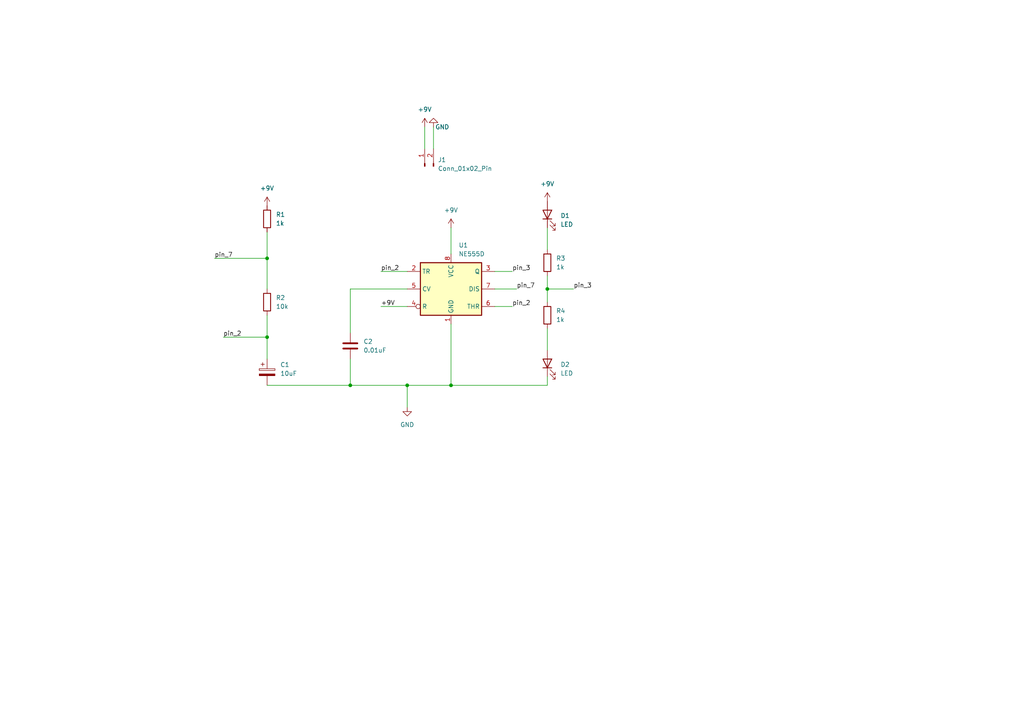
<source format=kicad_sch>
(kicad_sch (version 20230121) (generator eeschema)

  (uuid 9e9c6274-bcbd-4f5c-b94f-4622830fa24e)

  (paper "A4")

  (lib_symbols
    (symbol "Connector:Conn_01x02_Pin" (pin_names (offset 1.016) hide) (in_bom yes) (on_board yes)
      (property "Reference" "J" (at 0 2.54 0)
        (effects (font (size 1.27 1.27)))
      )
      (property "Value" "Conn_01x02_Pin" (at 0 -5.08 0)
        (effects (font (size 1.27 1.27)))
      )
      (property "Footprint" "" (at 0 0 0)
        (effects (font (size 1.27 1.27)) hide)
      )
      (property "Datasheet" "~" (at 0 0 0)
        (effects (font (size 1.27 1.27)) hide)
      )
      (property "ki_locked" "" (at 0 0 0)
        (effects (font (size 1.27 1.27)))
      )
      (property "ki_keywords" "connector" (at 0 0 0)
        (effects (font (size 1.27 1.27)) hide)
      )
      (property "ki_description" "Generic connector, single row, 01x02, script generated" (at 0 0 0)
        (effects (font (size 1.27 1.27)) hide)
      )
      (property "ki_fp_filters" "Connector*:*_1x??_*" (at 0 0 0)
        (effects (font (size 1.27 1.27)) hide)
      )
      (symbol "Conn_01x02_Pin_1_1"
        (polyline
          (pts
            (xy 1.27 -2.54)
            (xy 0.8636 -2.54)
          )
          (stroke (width 0.1524) (type default))
          (fill (type none))
        )
        (polyline
          (pts
            (xy 1.27 0)
            (xy 0.8636 0)
          )
          (stroke (width 0.1524) (type default))
          (fill (type none))
        )
        (rectangle (start 0.8636 -2.413) (end 0 -2.667)
          (stroke (width 0.1524) (type default))
          (fill (type outline))
        )
        (rectangle (start 0.8636 0.127) (end 0 -0.127)
          (stroke (width 0.1524) (type default))
          (fill (type outline))
        )
        (pin passive line (at 5.08 0 180) (length 3.81)
          (name "Pin_1" (effects (font (size 1.27 1.27))))
          (number "1" (effects (font (size 1.27 1.27))))
        )
        (pin passive line (at 5.08 -2.54 180) (length 3.81)
          (name "Pin_2" (effects (font (size 1.27 1.27))))
          (number "2" (effects (font (size 1.27 1.27))))
        )
      )
    )
    (symbol "Device:C" (pin_numbers hide) (pin_names (offset 0.254)) (in_bom yes) (on_board yes)
      (property "Reference" "C" (at 0.635 2.54 0)
        (effects (font (size 1.27 1.27)) (justify left))
      )
      (property "Value" "C" (at 0.635 -2.54 0)
        (effects (font (size 1.27 1.27)) (justify left))
      )
      (property "Footprint" "" (at 0.9652 -3.81 0)
        (effects (font (size 1.27 1.27)) hide)
      )
      (property "Datasheet" "~" (at 0 0 0)
        (effects (font (size 1.27 1.27)) hide)
      )
      (property "ki_keywords" "cap capacitor" (at 0 0 0)
        (effects (font (size 1.27 1.27)) hide)
      )
      (property "ki_description" "Unpolarized capacitor" (at 0 0 0)
        (effects (font (size 1.27 1.27)) hide)
      )
      (property "ki_fp_filters" "C_*" (at 0 0 0)
        (effects (font (size 1.27 1.27)) hide)
      )
      (symbol "C_0_1"
        (polyline
          (pts
            (xy -2.032 -0.762)
            (xy 2.032 -0.762)
          )
          (stroke (width 0.508) (type default))
          (fill (type none))
        )
        (polyline
          (pts
            (xy -2.032 0.762)
            (xy 2.032 0.762)
          )
          (stroke (width 0.508) (type default))
          (fill (type none))
        )
      )
      (symbol "C_1_1"
        (pin passive line (at 0 3.81 270) (length 2.794)
          (name "~" (effects (font (size 1.27 1.27))))
          (number "1" (effects (font (size 1.27 1.27))))
        )
        (pin passive line (at 0 -3.81 90) (length 2.794)
          (name "~" (effects (font (size 1.27 1.27))))
          (number "2" (effects (font (size 1.27 1.27))))
        )
      )
    )
    (symbol "Device:C_Polarized" (pin_numbers hide) (pin_names (offset 0.254)) (in_bom yes) (on_board yes)
      (property "Reference" "C" (at 0.635 2.54 0)
        (effects (font (size 1.27 1.27)) (justify left))
      )
      (property "Value" "C_Polarized" (at 0.635 -2.54 0)
        (effects (font (size 1.27 1.27)) (justify left))
      )
      (property "Footprint" "" (at 0.9652 -3.81 0)
        (effects (font (size 1.27 1.27)) hide)
      )
      (property "Datasheet" "~" (at 0 0 0)
        (effects (font (size 1.27 1.27)) hide)
      )
      (property "ki_keywords" "cap capacitor" (at 0 0 0)
        (effects (font (size 1.27 1.27)) hide)
      )
      (property "ki_description" "Polarized capacitor" (at 0 0 0)
        (effects (font (size 1.27 1.27)) hide)
      )
      (property "ki_fp_filters" "CP_*" (at 0 0 0)
        (effects (font (size 1.27 1.27)) hide)
      )
      (symbol "C_Polarized_0_1"
        (rectangle (start -2.286 0.508) (end 2.286 1.016)
          (stroke (width 0) (type default))
          (fill (type none))
        )
        (polyline
          (pts
            (xy -1.778 2.286)
            (xy -0.762 2.286)
          )
          (stroke (width 0) (type default))
          (fill (type none))
        )
        (polyline
          (pts
            (xy -1.27 2.794)
            (xy -1.27 1.778)
          )
          (stroke (width 0) (type default))
          (fill (type none))
        )
        (rectangle (start 2.286 -0.508) (end -2.286 -1.016)
          (stroke (width 0) (type default))
          (fill (type outline))
        )
      )
      (symbol "C_Polarized_1_1"
        (pin passive line (at 0 3.81 270) (length 2.794)
          (name "~" (effects (font (size 1.27 1.27))))
          (number "1" (effects (font (size 1.27 1.27))))
        )
        (pin passive line (at 0 -3.81 90) (length 2.794)
          (name "~" (effects (font (size 1.27 1.27))))
          (number "2" (effects (font (size 1.27 1.27))))
        )
      )
    )
    (symbol "Device:LED" (pin_numbers hide) (pin_names (offset 1.016) hide) (in_bom yes) (on_board yes)
      (property "Reference" "D" (at 0 2.54 0)
        (effects (font (size 1.27 1.27)))
      )
      (property "Value" "LED" (at 0 -2.54 0)
        (effects (font (size 1.27 1.27)))
      )
      (property "Footprint" "" (at 0 0 0)
        (effects (font (size 1.27 1.27)) hide)
      )
      (property "Datasheet" "~" (at 0 0 0)
        (effects (font (size 1.27 1.27)) hide)
      )
      (property "ki_keywords" "LED diode" (at 0 0 0)
        (effects (font (size 1.27 1.27)) hide)
      )
      (property "ki_description" "Light emitting diode" (at 0 0 0)
        (effects (font (size 1.27 1.27)) hide)
      )
      (property "ki_fp_filters" "LED* LED_SMD:* LED_THT:*" (at 0 0 0)
        (effects (font (size 1.27 1.27)) hide)
      )
      (symbol "LED_0_1"
        (polyline
          (pts
            (xy -1.27 -1.27)
            (xy -1.27 1.27)
          )
          (stroke (width 0.254) (type default))
          (fill (type none))
        )
        (polyline
          (pts
            (xy -1.27 0)
            (xy 1.27 0)
          )
          (stroke (width 0) (type default))
          (fill (type none))
        )
        (polyline
          (pts
            (xy 1.27 -1.27)
            (xy 1.27 1.27)
            (xy -1.27 0)
            (xy 1.27 -1.27)
          )
          (stroke (width 0.254) (type default))
          (fill (type none))
        )
        (polyline
          (pts
            (xy -3.048 -0.762)
            (xy -4.572 -2.286)
            (xy -3.81 -2.286)
            (xy -4.572 -2.286)
            (xy -4.572 -1.524)
          )
          (stroke (width 0) (type default))
          (fill (type none))
        )
        (polyline
          (pts
            (xy -1.778 -0.762)
            (xy -3.302 -2.286)
            (xy -2.54 -2.286)
            (xy -3.302 -2.286)
            (xy -3.302 -1.524)
          )
          (stroke (width 0) (type default))
          (fill (type none))
        )
      )
      (symbol "LED_1_1"
        (pin passive line (at -3.81 0 0) (length 2.54)
          (name "K" (effects (font (size 1.27 1.27))))
          (number "1" (effects (font (size 1.27 1.27))))
        )
        (pin passive line (at 3.81 0 180) (length 2.54)
          (name "A" (effects (font (size 1.27 1.27))))
          (number "2" (effects (font (size 1.27 1.27))))
        )
      )
    )
    (symbol "Device:R" (pin_numbers hide) (pin_names (offset 0)) (in_bom yes) (on_board yes)
      (property "Reference" "R" (at 2.032 0 90)
        (effects (font (size 1.27 1.27)))
      )
      (property "Value" "R" (at 0 0 90)
        (effects (font (size 1.27 1.27)))
      )
      (property "Footprint" "" (at -1.778 0 90)
        (effects (font (size 1.27 1.27)) hide)
      )
      (property "Datasheet" "~" (at 0 0 0)
        (effects (font (size 1.27 1.27)) hide)
      )
      (property "ki_keywords" "R res resistor" (at 0 0 0)
        (effects (font (size 1.27 1.27)) hide)
      )
      (property "ki_description" "Resistor" (at 0 0 0)
        (effects (font (size 1.27 1.27)) hide)
      )
      (property "ki_fp_filters" "R_*" (at 0 0 0)
        (effects (font (size 1.27 1.27)) hide)
      )
      (symbol "R_0_1"
        (rectangle (start -1.016 -2.54) (end 1.016 2.54)
          (stroke (width 0.254) (type default))
          (fill (type none))
        )
      )
      (symbol "R_1_1"
        (pin passive line (at 0 3.81 270) (length 1.27)
          (name "~" (effects (font (size 1.27 1.27))))
          (number "1" (effects (font (size 1.27 1.27))))
        )
        (pin passive line (at 0 -3.81 90) (length 1.27)
          (name "~" (effects (font (size 1.27 1.27))))
          (number "2" (effects (font (size 1.27 1.27))))
        )
      )
    )
    (symbol "Timer:NE555D" (in_bom yes) (on_board yes)
      (property "Reference" "U" (at -10.16 8.89 0)
        (effects (font (size 1.27 1.27)) (justify left))
      )
      (property "Value" "NE555D" (at 2.54 8.89 0)
        (effects (font (size 1.27 1.27)) (justify left))
      )
      (property "Footprint" "Package_SO:SOIC-8_3.9x4.9mm_P1.27mm" (at 21.59 -10.16 0)
        (effects (font (size 1.27 1.27)) hide)
      )
      (property "Datasheet" "http://www.ti.com/lit/ds/symlink/ne555.pdf" (at 21.59 -10.16 0)
        (effects (font (size 1.27 1.27)) hide)
      )
      (property "ki_keywords" "single timer 555" (at 0 0 0)
        (effects (font (size 1.27 1.27)) hide)
      )
      (property "ki_description" "Precision Timers, 555 compatible, SOIC-8" (at 0 0 0)
        (effects (font (size 1.27 1.27)) hide)
      )
      (property "ki_fp_filters" "SOIC*3.9x4.9mm*P1.27mm*" (at 0 0 0)
        (effects (font (size 1.27 1.27)) hide)
      )
      (symbol "NE555D_0_0"
        (pin power_in line (at 0 -10.16 90) (length 2.54)
          (name "GND" (effects (font (size 1.27 1.27))))
          (number "1" (effects (font (size 1.27 1.27))))
        )
        (pin power_in line (at 0 10.16 270) (length 2.54)
          (name "VCC" (effects (font (size 1.27 1.27))))
          (number "8" (effects (font (size 1.27 1.27))))
        )
      )
      (symbol "NE555D_0_1"
        (rectangle (start -8.89 -7.62) (end 8.89 7.62)
          (stroke (width 0.254) (type default))
          (fill (type background))
        )
        (rectangle (start -8.89 -7.62) (end 8.89 7.62)
          (stroke (width 0.254) (type default))
          (fill (type background))
        )
      )
      (symbol "NE555D_1_1"
        (pin input line (at -12.7 5.08 0) (length 3.81)
          (name "TR" (effects (font (size 1.27 1.27))))
          (number "2" (effects (font (size 1.27 1.27))))
        )
        (pin output line (at 12.7 5.08 180) (length 3.81)
          (name "Q" (effects (font (size 1.27 1.27))))
          (number "3" (effects (font (size 1.27 1.27))))
        )
        (pin input inverted (at -12.7 -5.08 0) (length 3.81)
          (name "R" (effects (font (size 1.27 1.27))))
          (number "4" (effects (font (size 1.27 1.27))))
        )
        (pin input line (at -12.7 0 0) (length 3.81)
          (name "CV" (effects (font (size 1.27 1.27))))
          (number "5" (effects (font (size 1.27 1.27))))
        )
        (pin input line (at 12.7 -5.08 180) (length 3.81)
          (name "THR" (effects (font (size 1.27 1.27))))
          (number "6" (effects (font (size 1.27 1.27))))
        )
        (pin input line (at 12.7 0 180) (length 3.81)
          (name "DIS" (effects (font (size 1.27 1.27))))
          (number "7" (effects (font (size 1.27 1.27))))
        )
      )
    )
    (symbol "power:+9V" (power) (pin_names (offset 0)) (in_bom yes) (on_board yes)
      (property "Reference" "#PWR" (at 0 -3.81 0)
        (effects (font (size 1.27 1.27)) hide)
      )
      (property "Value" "+9V" (at 0 3.556 0)
        (effects (font (size 1.27 1.27)))
      )
      (property "Footprint" "" (at 0 0 0)
        (effects (font (size 1.27 1.27)) hide)
      )
      (property "Datasheet" "" (at 0 0 0)
        (effects (font (size 1.27 1.27)) hide)
      )
      (property "ki_keywords" "global power" (at 0 0 0)
        (effects (font (size 1.27 1.27)) hide)
      )
      (property "ki_description" "Power symbol creates a global label with name \"+9V\"" (at 0 0 0)
        (effects (font (size 1.27 1.27)) hide)
      )
      (symbol "+9V_0_1"
        (polyline
          (pts
            (xy -0.762 1.27)
            (xy 0 2.54)
          )
          (stroke (width 0) (type default))
          (fill (type none))
        )
        (polyline
          (pts
            (xy 0 0)
            (xy 0 2.54)
          )
          (stroke (width 0) (type default))
          (fill (type none))
        )
        (polyline
          (pts
            (xy 0 2.54)
            (xy 0.762 1.27)
          )
          (stroke (width 0) (type default))
          (fill (type none))
        )
      )
      (symbol "+9V_1_1"
        (pin power_in line (at 0 0 90) (length 0) hide
          (name "+9V" (effects (font (size 1.27 1.27))))
          (number "1" (effects (font (size 1.27 1.27))))
        )
      )
    )
    (symbol "power:GND" (power) (pin_names (offset 0)) (in_bom yes) (on_board yes)
      (property "Reference" "#PWR" (at 0 -6.35 0)
        (effects (font (size 1.27 1.27)) hide)
      )
      (property "Value" "GND" (at 0 -3.81 0)
        (effects (font (size 1.27 1.27)))
      )
      (property "Footprint" "" (at 0 0 0)
        (effects (font (size 1.27 1.27)) hide)
      )
      (property "Datasheet" "" (at 0 0 0)
        (effects (font (size 1.27 1.27)) hide)
      )
      (property "ki_keywords" "global power" (at 0 0 0)
        (effects (font (size 1.27 1.27)) hide)
      )
      (property "ki_description" "Power symbol creates a global label with name \"GND\" , ground" (at 0 0 0)
        (effects (font (size 1.27 1.27)) hide)
      )
      (symbol "GND_0_1"
        (polyline
          (pts
            (xy 0 0)
            (xy 0 -1.27)
            (xy 1.27 -1.27)
            (xy 0 -2.54)
            (xy -1.27 -1.27)
            (xy 0 -1.27)
          )
          (stroke (width 0) (type default))
          (fill (type none))
        )
      )
      (symbol "GND_1_1"
        (pin power_in line (at 0 0 270) (length 0) hide
          (name "GND" (effects (font (size 1.27 1.27))))
          (number "1" (effects (font (size 1.27 1.27))))
        )
      )
    )
  )

  (junction (at 77.47 97.79) (diameter 0) (color 0 0 0 0)
    (uuid 201e62e2-da3d-4243-835c-5b1d38b1b0ff)
  )
  (junction (at 130.81 111.76) (diameter 0) (color 0 0 0 0)
    (uuid 47074ee4-670c-4ee0-af85-cd392be1d37e)
  )
  (junction (at 77.47 74.93) (diameter 0) (color 0 0 0 0)
    (uuid 5f58876d-024f-4d20-afba-ca7a12ef315b)
  )
  (junction (at 118.11 111.76) (diameter 0) (color 0 0 0 0)
    (uuid 69d5a73c-9daa-4e68-bab2-df6c290ebbc7)
  )
  (junction (at 101.6 111.76) (diameter 0) (color 0 0 0 0)
    (uuid a0464e2b-0690-48e5-9bcc-a46d1e7aff15)
  )
  (junction (at 158.75 83.82) (diameter 0) (color 0 0 0 0)
    (uuid cc2ab7b0-14cf-4b26-b747-95e621ffd62f)
  )

  (wire (pts (xy 77.47 67.31) (xy 77.47 74.93))
    (stroke (width 0) (type default))
    (uuid 01fb8de6-d75b-48d7-87fb-e0df23ff860e)
  )
  (wire (pts (xy 64.77 97.79) (xy 77.47 97.79))
    (stroke (width 0) (type default))
    (uuid 1fae5189-8756-4210-ac44-8c521d61e3ce)
  )
  (wire (pts (xy 62.23 74.93) (xy 77.47 74.93))
    (stroke (width 0) (type default))
    (uuid 1fee9035-bcbf-4f8f-9eeb-eae329db5468)
  )
  (wire (pts (xy 143.51 83.82) (xy 149.86 83.82))
    (stroke (width 0) (type default))
    (uuid 2adaabcf-8312-4907-bea5-33c2b851bce0)
  )
  (wire (pts (xy 158.75 66.04) (xy 158.75 72.39))
    (stroke (width 0) (type default))
    (uuid 2ee8b639-f126-41c1-a3a0-067ad4dc7b4a)
  )
  (wire (pts (xy 101.6 83.82) (xy 101.6 96.52))
    (stroke (width 0) (type default))
    (uuid 37f3bcdd-6836-413e-b239-ec438f36f82a)
  )
  (wire (pts (xy 110.49 78.74) (xy 118.11 78.74))
    (stroke (width 0) (type default))
    (uuid 3f92600b-6acf-450f-a523-ee2c08afb7d6)
  )
  (wire (pts (xy 77.47 97.79) (xy 77.47 104.14))
    (stroke (width 0) (type default))
    (uuid 4e1c7cb6-de3c-4d0f-9697-da39292ec10a)
  )
  (wire (pts (xy 77.47 111.76) (xy 101.6 111.76))
    (stroke (width 0) (type default))
    (uuid 5e2319c5-cf9d-45f3-b708-3a985107767b)
  )
  (wire (pts (xy 158.75 80.01) (xy 158.75 83.82))
    (stroke (width 0) (type default))
    (uuid 71776168-4035-47d7-b6da-d92324b21b2b)
  )
  (wire (pts (xy 158.75 111.76) (xy 130.81 111.76))
    (stroke (width 0) (type default))
    (uuid 768a7f77-9c33-4d29-81fd-6ab52179807d)
  )
  (wire (pts (xy 118.11 111.76) (xy 118.11 118.11))
    (stroke (width 0) (type default))
    (uuid 794303c1-de71-4231-9163-a9609ad81923)
  )
  (wire (pts (xy 110.49 88.9) (xy 118.11 88.9))
    (stroke (width 0) (type default))
    (uuid 7c228278-0c8b-4a32-9a21-7830a7d18a5c)
  )
  (wire (pts (xy 143.51 88.9) (xy 148.59 88.9))
    (stroke (width 0) (type default))
    (uuid 84e51e65-39a1-4e67-961f-40ef29ed08e7)
  )
  (wire (pts (xy 158.75 83.82) (xy 158.75 87.63))
    (stroke (width 0) (type default))
    (uuid 8b7b8dff-1bbb-46d6-8ca3-90829e4caa83)
  )
  (wire (pts (xy 130.81 66.04) (xy 130.81 73.66))
    (stroke (width 0) (type default))
    (uuid 9611975c-676c-4397-8f79-d7fca8fce8d1)
  )
  (wire (pts (xy 101.6 104.14) (xy 101.6 111.76))
    (stroke (width 0) (type default))
    (uuid 9e50663f-fdde-4b3a-8133-c1e2c58b7022)
  )
  (wire (pts (xy 158.75 109.22) (xy 158.75 111.76))
    (stroke (width 0) (type default))
    (uuid a559bacd-9578-4626-9273-4a8083d70d22)
  )
  (wire (pts (xy 118.11 83.82) (xy 101.6 83.82))
    (stroke (width 0) (type default))
    (uuid abc916ac-48fc-46bb-bd3b-1801638686c4)
  )
  (wire (pts (xy 77.47 74.93) (xy 77.47 83.82))
    (stroke (width 0) (type default))
    (uuid b0f6a2a3-adf8-48a8-8af7-cf5cd5aa1199)
  )
  (wire (pts (xy 118.11 111.76) (xy 130.81 111.76))
    (stroke (width 0) (type default))
    (uuid be4c0324-5930-4205-ad6d-f3b6c253e0eb)
  )
  (wire (pts (xy 158.75 83.82) (xy 166.37 83.82))
    (stroke (width 0) (type default))
    (uuid bee701fc-0c2c-4b7e-b955-7c3720dd9de8)
  )
  (wire (pts (xy 123.19 36.83) (xy 123.19 43.18))
    (stroke (width 0) (type default))
    (uuid cd764e10-e31e-4da5-9bd7-51b83dcfac0c)
  )
  (wire (pts (xy 101.6 111.76) (xy 118.11 111.76))
    (stroke (width 0) (type default))
    (uuid cf9358ca-20d3-4045-a599-0a71714f1730)
  )
  (wire (pts (xy 77.47 91.44) (xy 77.47 97.79))
    (stroke (width 0) (type default))
    (uuid dbfe22f3-429b-4fc2-8e8e-2f05c88c26f7)
  )
  (wire (pts (xy 125.73 36.83) (xy 125.73 43.18))
    (stroke (width 0) (type default))
    (uuid e4c97e0c-6a6b-4c57-872b-5c45c1f4c9bf)
  )
  (wire (pts (xy 143.51 78.74) (xy 148.59 78.74))
    (stroke (width 0) (type default))
    (uuid e5735b96-e2b7-4201-80c0-56884504ae9e)
  )
  (wire (pts (xy 158.75 95.25) (xy 158.75 101.6))
    (stroke (width 0) (type default))
    (uuid e84d0edc-e5c0-4910-b026-1adbf4326b38)
  )
  (wire (pts (xy 130.81 93.98) (xy 130.81 111.76))
    (stroke (width 0) (type default))
    (uuid fc24a2d6-daea-442a-a585-16d4db862acf)
  )

  (label "pin_2" (at 64.77 97.79 0) (fields_autoplaced)
    (effects (font (size 1.27 1.27)) (justify left bottom))
    (uuid 14cf95d4-6a45-4d87-94a0-d46f4c2cf1c6)
  )
  (label "pin_7" (at 149.86 83.82 0) (fields_autoplaced)
    (effects (font (size 1.27 1.27)) (justify left bottom))
    (uuid 232c2999-0763-4595-ba78-9a17a087ee09)
  )
  (label "+9V" (at 110.49 88.9 0) (fields_autoplaced)
    (effects (font (size 1.27 1.27)) (justify left bottom))
    (uuid 408da240-51d2-46e1-ad4d-a7aa3a939658)
  )
  (label "pin_2" (at 148.59 88.9 0) (fields_autoplaced)
    (effects (font (size 1.27 1.27)) (justify left bottom))
    (uuid 848aed83-d175-4438-afb2-cb463c3130c0)
  )
  (label "pin_3" (at 148.59 78.74 0) (fields_autoplaced)
    (effects (font (size 1.27 1.27)) (justify left bottom))
    (uuid 97b049e6-3152-4479-84c6-7b8d4adf0b93)
  )
  (label "pin_2" (at 110.49 78.74 0) (fields_autoplaced)
    (effects (font (size 1.27 1.27)) (justify left bottom))
    (uuid af7a6daf-7527-4d49-ab48-467b8b0eec0f)
  )
  (label "pin_7" (at 62.23 74.93 0) (fields_autoplaced)
    (effects (font (size 1.27 1.27)) (justify left bottom))
    (uuid b5904b2d-596a-4306-bb1a-4b4509377f5c)
  )
  (label "pin_3" (at 166.37 83.82 0) (fields_autoplaced)
    (effects (font (size 1.27 1.27)) (justify left bottom))
    (uuid c8e1ae67-679c-49da-a26c-9947d9579b25)
  )

  (symbol (lib_id "Connector:Conn_01x02_Pin") (at 123.19 48.26 90) (unit 1)
    (in_bom yes) (on_board yes) (dnp no) (fields_autoplaced)
    (uuid 0b1667e7-01c5-4881-8a90-53fd0aa0ae0a)
    (property "Reference" "J1" (at 127 46.355 90)
      (effects (font (size 1.27 1.27)) (justify right))
    )
    (property "Value" "Conn_01x02_Pin" (at 127 48.895 90)
      (effects (font (size 1.27 1.27)) (justify right))
    )
    (property "Footprint" "Connector_JST:JST_EH_S2B-EH_1x02_P2.50mm_Horizontal" (at 123.19 48.26 0)
      (effects (font (size 1.27 1.27)) hide)
    )
    (property "Datasheet" "~" (at 123.19 48.26 0)
      (effects (font (size 1.27 1.27)) hide)
    )
    (pin "1" (uuid 794dc45b-d6e9-435e-8b5a-470f5ed7f99e))
    (pin "2" (uuid c5f96974-59af-472f-be7b-8d4ce22864ac))
    (instances
      (project "Lab2"
        (path "/9e9c6274-bcbd-4f5c-b94f-4622830fa24e"
          (reference "J1") (unit 1)
        )
      )
    )
  )

  (symbol (lib_id "Device:R") (at 77.47 63.5 0) (unit 1)
    (in_bom yes) (on_board yes) (dnp no) (fields_autoplaced)
    (uuid 17c00d46-d421-46a3-b931-94aca627d037)
    (property "Reference" "R1" (at 80.01 62.23 0)
      (effects (font (size 1.27 1.27)) (justify left))
    )
    (property "Value" "1k" (at 80.01 64.77 0)
      (effects (font (size 1.27 1.27)) (justify left))
    )
    (property "Footprint" "Resistor_SMD:R_0805_2012Metric_Pad1.20x1.40mm_HandSolder" (at 75.692 63.5 90)
      (effects (font (size 1.27 1.27)) hide)
    )
    (property "Datasheet" "~" (at 77.47 63.5 0)
      (effects (font (size 1.27 1.27)) hide)
    )
    (pin "2" (uuid 9789028f-b70d-468e-91a4-6968941bcc4f))
    (pin "1" (uuid 20d618d5-16c3-4a2e-acd0-9b52fbdcd3de))
    (instances
      (project "Lab2"
        (path "/9e9c6274-bcbd-4f5c-b94f-4622830fa24e"
          (reference "R1") (unit 1)
        )
      )
    )
  )

  (symbol (lib_id "Device:LED") (at 158.75 105.41 90) (unit 1)
    (in_bom yes) (on_board yes) (dnp no) (fields_autoplaced)
    (uuid 1c1dd349-42fc-49e8-8979-4099fc1eae8f)
    (property "Reference" "D2" (at 162.56 105.7275 90)
      (effects (font (size 1.27 1.27)) (justify right))
    )
    (property "Value" "LED" (at 162.56 108.2675 90)
      (effects (font (size 1.27 1.27)) (justify right))
    )
    (property "Footprint" "LED_SMD:LED_1206_3216Metric_Pad1.42x1.75mm_HandSolder" (at 158.75 105.41 0)
      (effects (font (size 1.27 1.27)) hide)
    )
    (property "Datasheet" "~" (at 158.75 105.41 0)
      (effects (font (size 1.27 1.27)) hide)
    )
    (pin "1" (uuid fd55407d-981f-4358-981a-33060a07e239))
    (pin "2" (uuid b27e29ce-3c7e-4dce-821b-dedbe66fcc2f))
    (instances
      (project "Lab2"
        (path "/9e9c6274-bcbd-4f5c-b94f-4622830fa24e"
          (reference "D2") (unit 1)
        )
      )
    )
  )

  (symbol (lib_id "Device:R") (at 158.75 76.2 0) (unit 1)
    (in_bom yes) (on_board yes) (dnp no) (fields_autoplaced)
    (uuid 497acec8-ca11-48a5-ba52-6e2b20b0d106)
    (property "Reference" "R3" (at 161.29 74.93 0)
      (effects (font (size 1.27 1.27)) (justify left))
    )
    (property "Value" "1k" (at 161.29 77.47 0)
      (effects (font (size 1.27 1.27)) (justify left))
    )
    (property "Footprint" "Resistor_SMD:R_0805_2012Metric_Pad1.20x1.40mm_HandSolder" (at 156.972 76.2 90)
      (effects (font (size 1.27 1.27)) hide)
    )
    (property "Datasheet" "~" (at 158.75 76.2 0)
      (effects (font (size 1.27 1.27)) hide)
    )
    (pin "2" (uuid 96454613-40ab-46be-9dc4-b6c7b3c96f9b))
    (pin "1" (uuid 3a62cc93-e709-4f0b-9e7e-23c89d71bace))
    (instances
      (project "Lab2"
        (path "/9e9c6274-bcbd-4f5c-b94f-4622830fa24e"
          (reference "R3") (unit 1)
        )
      )
    )
  )

  (symbol (lib_id "Device:R") (at 158.75 91.44 0) (unit 1)
    (in_bom yes) (on_board yes) (dnp no) (fields_autoplaced)
    (uuid 56b54e1c-c1c1-4959-85a1-0703519e8305)
    (property "Reference" "R4" (at 161.29 90.17 0)
      (effects (font (size 1.27 1.27)) (justify left))
    )
    (property "Value" "1k" (at 161.29 92.71 0)
      (effects (font (size 1.27 1.27)) (justify left))
    )
    (property "Footprint" "Resistor_SMD:R_0805_2012Metric_Pad1.20x1.40mm_HandSolder" (at 156.972 91.44 90)
      (effects (font (size 1.27 1.27)) hide)
    )
    (property "Datasheet" "~" (at 158.75 91.44 0)
      (effects (font (size 1.27 1.27)) hide)
    )
    (pin "2" (uuid fbb10c9c-f383-4365-8e71-f014fe621a35))
    (pin "1" (uuid f5642fe6-6e21-4452-a4d3-94e1f8035cd4))
    (instances
      (project "Lab2"
        (path "/9e9c6274-bcbd-4f5c-b94f-4622830fa24e"
          (reference "R4") (unit 1)
        )
      )
    )
  )

  (symbol (lib_id "Timer:NE555D") (at 130.81 83.82 0) (unit 1)
    (in_bom yes) (on_board yes) (dnp no) (fields_autoplaced)
    (uuid 59b7bd72-4811-43cb-83b7-b8bafb4066df)
    (property "Reference" "U1" (at 133.0041 71.12 0)
      (effects (font (size 1.27 1.27)) (justify left))
    )
    (property "Value" "NE555D" (at 133.0041 73.66 0)
      (effects (font (size 1.27 1.27)) (justify left))
    )
    (property "Footprint" "Package_SO:SOIC-8_3.9x4.9mm_P1.27mm" (at 152.4 93.98 0)
      (effects (font (size 1.27 1.27)) hide)
    )
    (property "Datasheet" "http://www.ti.com/lit/ds/symlink/ne555.pdf" (at 152.4 93.98 0)
      (effects (font (size 1.27 1.27)) hide)
    )
    (pin "3" (uuid 4ccfae0d-34e3-4565-913b-9122e28dc2cc))
    (pin "4" (uuid 601f8368-629c-4b10-bfeb-84b9a9c45aec))
    (pin "7" (uuid 1cf4b306-5a06-48b0-a549-d1ec272aaccd))
    (pin "6" (uuid afe7aad5-3e51-4e5a-89bc-e15fe02e90b8))
    (pin "5" (uuid d3eb1f0e-597b-4a43-823b-94f0a930ad7d))
    (pin "8" (uuid d60c7aea-0551-4faf-899e-c2147a8e65e7))
    (pin "1" (uuid f94d3485-ddc2-4ca2-9424-020b8daf5eef))
    (pin "2" (uuid 7e50d7b8-e8f7-404e-b6df-0725b98e184a))
    (instances
      (project "Lab2"
        (path "/9e9c6274-bcbd-4f5c-b94f-4622830fa24e"
          (reference "U1") (unit 1)
        )
      )
    )
  )

  (symbol (lib_id "power:GND") (at 118.11 118.11 0) (unit 1)
    (in_bom yes) (on_board yes) (dnp no) (fields_autoplaced)
    (uuid 63534111-a5d4-4158-b365-6484bffc16da)
    (property "Reference" "#PWR01" (at 118.11 124.46 0)
      (effects (font (size 1.27 1.27)) hide)
    )
    (property "Value" "GND" (at 118.11 123.19 0)
      (effects (font (size 1.27 1.27)))
    )
    (property "Footprint" "" (at 118.11 118.11 0)
      (effects (font (size 1.27 1.27)) hide)
    )
    (property "Datasheet" "" (at 118.11 118.11 0)
      (effects (font (size 1.27 1.27)) hide)
    )
    (pin "1" (uuid 72789e16-448a-4268-932c-523525f0ba6f))
    (instances
      (project "Lab2"
        (path "/9e9c6274-bcbd-4f5c-b94f-4622830fa24e"
          (reference "#PWR01") (unit 1)
        )
      )
    )
  )

  (symbol (lib_id "Device:C_Polarized") (at 77.47 107.95 0) (unit 1)
    (in_bom yes) (on_board yes) (dnp no) (fields_autoplaced)
    (uuid 7558680c-9dbf-4ba4-9b4b-c4c9e74ee0c8)
    (property "Reference" "C1" (at 81.28 105.791 0)
      (effects (font (size 1.27 1.27)) (justify left))
    )
    (property "Value" "10uF" (at 81.28 108.331 0)
      (effects (font (size 1.27 1.27)) (justify left))
    )
    (property "Footprint" "Capacitor_Tantalum_SMD:CP_EIA-3216-18_Kemet-A_Pad1.58x1.35mm_HandSolder" (at 78.4352 111.76 0)
      (effects (font (size 1.27 1.27)) hide)
    )
    (property "Datasheet" "~" (at 77.47 107.95 0)
      (effects (font (size 1.27 1.27)) hide)
    )
    (pin "2" (uuid e6cd22e0-35f7-4573-986e-c008b41eb72f))
    (pin "1" (uuid 84713202-2d15-4456-9c25-5d5c239b7567))
    (instances
      (project "Lab2"
        (path "/9e9c6274-bcbd-4f5c-b94f-4622830fa24e"
          (reference "C1") (unit 1)
        )
      )
    )
  )

  (symbol (lib_id "power:+9V") (at 130.81 66.04 0) (unit 1)
    (in_bom yes) (on_board yes) (dnp no) (fields_autoplaced)
    (uuid 7a0ed407-314f-4698-aa35-b973df0cadf2)
    (property "Reference" "#PWR04" (at 130.81 69.85 0)
      (effects (font (size 1.27 1.27)) hide)
    )
    (property "Value" "+9V" (at 130.81 60.96 0)
      (effects (font (size 1.27 1.27)))
    )
    (property "Footprint" "" (at 130.81 66.04 0)
      (effects (font (size 1.27 1.27)) hide)
    )
    (property "Datasheet" "" (at 130.81 66.04 0)
      (effects (font (size 1.27 1.27)) hide)
    )
    (pin "1" (uuid 3c237fde-5a34-4dd2-a313-87f7dd85d515))
    (instances
      (project "Lab2"
        (path "/9e9c6274-bcbd-4f5c-b94f-4622830fa24e"
          (reference "#PWR04") (unit 1)
        )
      )
    )
  )

  (symbol (lib_id "power:+9V") (at 158.75 58.42 0) (unit 1)
    (in_bom yes) (on_board yes) (dnp no) (fields_autoplaced)
    (uuid 7f5ecc09-e9f3-492f-ad06-172e153e34cb)
    (property "Reference" "#PWR03" (at 158.75 62.23 0)
      (effects (font (size 1.27 1.27)) hide)
    )
    (property "Value" "+9V" (at 158.75 53.34 0)
      (effects (font (size 1.27 1.27)))
    )
    (property "Footprint" "" (at 158.75 58.42 0)
      (effects (font (size 1.27 1.27)) hide)
    )
    (property "Datasheet" "" (at 158.75 58.42 0)
      (effects (font (size 1.27 1.27)) hide)
    )
    (pin "1" (uuid 49665a03-ab4b-4a14-825b-aed6b165fc91))
    (instances
      (project "Lab2"
        (path "/9e9c6274-bcbd-4f5c-b94f-4622830fa24e"
          (reference "#PWR03") (unit 1)
        )
      )
    )
  )

  (symbol (lib_id "power:+9V") (at 77.47 59.69 0) (unit 1)
    (in_bom yes) (on_board yes) (dnp no) (fields_autoplaced)
    (uuid 920537f8-c6b5-4ca3-8df5-1f3977ad6809)
    (property "Reference" "#PWR02" (at 77.47 63.5 0)
      (effects (font (size 1.27 1.27)) hide)
    )
    (property "Value" "+9V" (at 77.47 54.61 0)
      (effects (font (size 1.27 1.27)))
    )
    (property "Footprint" "" (at 77.47 59.69 0)
      (effects (font (size 1.27 1.27)) hide)
    )
    (property "Datasheet" "" (at 77.47 59.69 0)
      (effects (font (size 1.27 1.27)) hide)
    )
    (pin "1" (uuid 70818cd1-9ae0-48ad-b6a8-f278d6228cdb))
    (instances
      (project "Lab2"
        (path "/9e9c6274-bcbd-4f5c-b94f-4622830fa24e"
          (reference "#PWR02") (unit 1)
        )
      )
    )
  )

  (symbol (lib_id "Device:LED") (at 158.75 62.23 90) (unit 1)
    (in_bom yes) (on_board yes) (dnp no) (fields_autoplaced)
    (uuid a1f5ac2a-0161-49e4-8900-e00760cf8c66)
    (property "Reference" "D1" (at 162.56 62.5475 90)
      (effects (font (size 1.27 1.27)) (justify right))
    )
    (property "Value" "LED" (at 162.56 65.0875 90)
      (effects (font (size 1.27 1.27)) (justify right))
    )
    (property "Footprint" "LED_SMD:LED_1206_3216Metric_Pad1.42x1.75mm_HandSolder" (at 158.75 62.23 0)
      (effects (font (size 1.27 1.27)) hide)
    )
    (property "Datasheet" "~" (at 158.75 62.23 0)
      (effects (font (size 1.27 1.27)) hide)
    )
    (pin "2" (uuid d7a09542-8f7f-4a22-9440-406bee8f1864))
    (pin "1" (uuid 219dcfde-576a-48c8-b46e-5b37b27c14df))
    (instances
      (project "Lab2"
        (path "/9e9c6274-bcbd-4f5c-b94f-4622830fa24e"
          (reference "D1") (unit 1)
        )
      )
    )
  )

  (symbol (lib_id "Device:C") (at 101.6 100.33 0) (unit 1)
    (in_bom yes) (on_board yes) (dnp no) (fields_autoplaced)
    (uuid a2550f5c-e253-4440-b51a-1ca3c5c8be68)
    (property "Reference" "C2" (at 105.41 99.06 0)
      (effects (font (size 1.27 1.27)) (justify left))
    )
    (property "Value" "0.01uF" (at 105.41 101.6 0)
      (effects (font (size 1.27 1.27)) (justify left))
    )
    (property "Footprint" "Capacitor_SMD:C_0805_2012Metric_Pad1.18x1.45mm_HandSolder" (at 102.5652 104.14 0)
      (effects (font (size 1.27 1.27)) hide)
    )
    (property "Datasheet" "~" (at 101.6 100.33 0)
      (effects (font (size 1.27 1.27)) hide)
    )
    (pin "1" (uuid ad8bfeb5-a911-494a-a29e-226a253e18d8))
    (pin "2" (uuid 2b4ffffe-c07a-48e9-a63a-4a02cc4ed3da))
    (instances
      (project "Lab2"
        (path "/9e9c6274-bcbd-4f5c-b94f-4622830fa24e"
          (reference "C2") (unit 1)
        )
      )
    )
  )

  (symbol (lib_id "Device:R") (at 77.47 87.63 0) (unit 1)
    (in_bom yes) (on_board yes) (dnp no) (fields_autoplaced)
    (uuid b15be286-cb19-4f14-bd38-7298ab7a2029)
    (property "Reference" "R2" (at 80.01 86.36 0)
      (effects (font (size 1.27 1.27)) (justify left))
    )
    (property "Value" "10k" (at 80.01 88.9 0)
      (effects (font (size 1.27 1.27)) (justify left))
    )
    (property "Footprint" "Resistor_SMD:R_0805_2012Metric_Pad1.20x1.40mm_HandSolder" (at 75.692 87.63 90)
      (effects (font (size 1.27 1.27)) hide)
    )
    (property "Datasheet" "~" (at 77.47 87.63 0)
      (effects (font (size 1.27 1.27)) hide)
    )
    (pin "2" (uuid a538cff4-c8f7-435e-80ec-bb70301cb54b))
    (pin "1" (uuid 1eece284-43aa-4bce-b66b-6ca673457cbc))
    (instances
      (project "Lab2"
        (path "/9e9c6274-bcbd-4f5c-b94f-4622830fa24e"
          (reference "R2") (unit 1)
        )
      )
    )
  )

  (symbol (lib_id "power:GND") (at 125.73 36.83 180) (unit 1)
    (in_bom yes) (on_board yes) (dnp no)
    (uuid e7ee6ed4-cc33-4af3-ace4-8a40b5d5bf50)
    (property "Reference" "#PWR06" (at 125.73 30.48 0)
      (effects (font (size 1.27 1.27)) hide)
    )
    (property "Value" "GND" (at 128.27 36.83 0)
      (effects (font (size 1.27 1.27)))
    )
    (property "Footprint" "" (at 125.73 36.83 0)
      (effects (font (size 1.27 1.27)) hide)
    )
    (property "Datasheet" "" (at 125.73 36.83 0)
      (effects (font (size 1.27 1.27)) hide)
    )
    (pin "1" (uuid 86ac15b4-ef45-409d-a0fe-5546f9ff5949))
    (instances
      (project "Lab2"
        (path "/9e9c6274-bcbd-4f5c-b94f-4622830fa24e"
          (reference "#PWR06") (unit 1)
        )
      )
    )
  )

  (symbol (lib_id "power:+9V") (at 123.19 36.83 0) (unit 1)
    (in_bom yes) (on_board yes) (dnp no) (fields_autoplaced)
    (uuid ff00687e-07a9-466f-8c8d-815511fbd622)
    (property "Reference" "#PWR05" (at 123.19 40.64 0)
      (effects (font (size 1.27 1.27)) hide)
    )
    (property "Value" "+9V" (at 123.19 31.75 0)
      (effects (font (size 1.27 1.27)))
    )
    (property "Footprint" "" (at 123.19 36.83 0)
      (effects (font (size 1.27 1.27)) hide)
    )
    (property "Datasheet" "" (at 123.19 36.83 0)
      (effects (font (size 1.27 1.27)) hide)
    )
    (pin "1" (uuid 9bde9551-6bea-4026-af87-37d1fd8efc23))
    (instances
      (project "Lab2"
        (path "/9e9c6274-bcbd-4f5c-b94f-4622830fa24e"
          (reference "#PWR05") (unit 1)
        )
      )
    )
  )

  (sheet_instances
    (path "/" (page "1"))
  )
)

</source>
